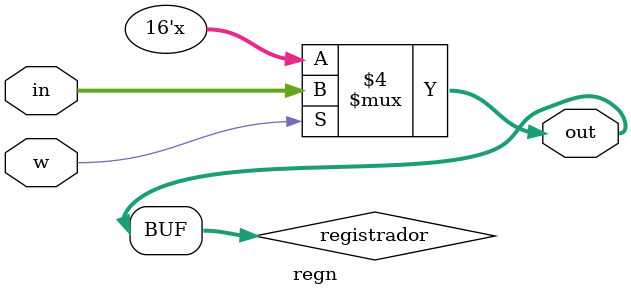
<source format=v>
module regn (in, w, out);

	input [15:0] in;
	input w;
	output [15:0] out;
	
	reg [15:0] registrador;
	
	initial begin
		registrador = 0;
	end
	
	always @(*)
	begin
		if(w)
			registrador = in;
	end
	
	assign out = registrador;
	
endmodule
	
	
</source>
